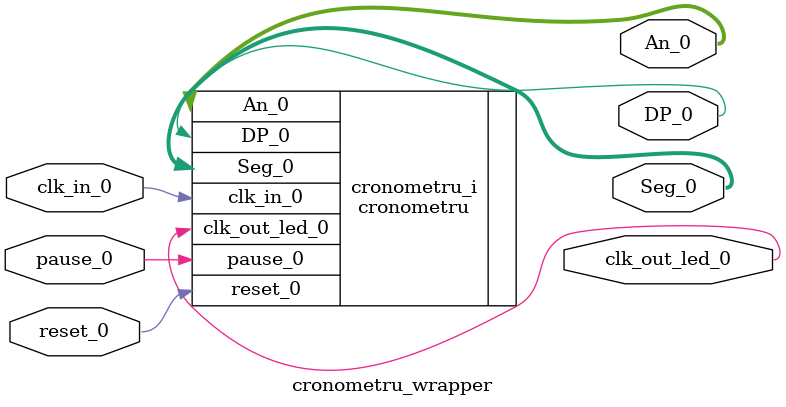
<source format=v>
`timescale 1 ps / 1 ps

module cronometru_wrapper
   (An_0,
    DP_0,
    Seg_0,
    clk_in_0,
    clk_out_led_0,
    pause_0,
    reset_0);
  output [7:0]An_0;
  output DP_0;
  output [6:0]Seg_0;
  input clk_in_0;
  output clk_out_led_0;
  input pause_0;
  input reset_0;

  wire [7:0]An_0;
  wire DP_0;
  wire [6:0]Seg_0;
  wire clk_in_0;
  wire clk_out_led_0;
  wire pause_0;
  wire reset_0;

  cronometru cronometru_i
       (.An_0(An_0),
        .DP_0(DP_0),
        .Seg_0(Seg_0),
        .clk_in_0(clk_in_0),
        .clk_out_led_0(clk_out_led_0),
        .pause_0(pause_0),
        .reset_0(reset_0));
endmodule

</source>
